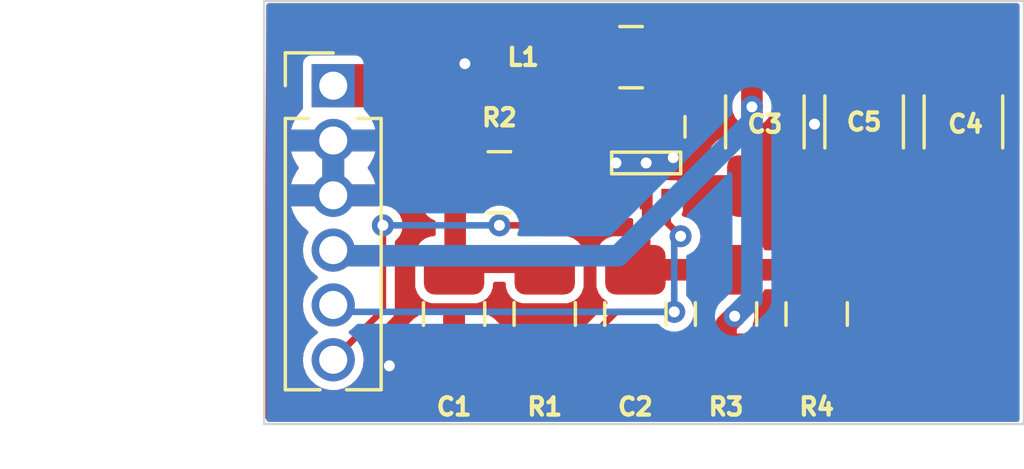
<source format=kicad_pcb>
(kicad_pcb (version 20221018) (generator pcbnew)
  (layers (0 "F.Cu" signal) (31 "B.Cu" signal) (34 "B.Paste" user) (35 "F.Paste" user) (36 "B.SilkS" user "B.Silkscreen") (37 "F.SilkS" user "F.Silkscreen") (38 "B.Mask" user) (39 "F.Mask" user) (44 "Edge.Cuts" user))
  (net 0 "")
  (net 1 "GND")
  (net 2 "/V_in")
  (net 3 "Net-(C2-Pad2)")
  (net 4 "/V_out")
  (net 5 "/PG")
  (net 6 "/EN")
  (net 7 "Net-(IC1-Pad2)")
  (footprint "Library:C_0805_2012Metric_Pad1.15x1.40mm_HandSolder" (layer "F.Cu") (at 89.85 72.95 -90)
    (fp_text reference "C1" (at 2.15 0) (layer "F.SilkS") (effects (font (size 0.4 0.4) (thickness 0.1))))
    (fp_text value "15uF")
    (fp_line (start -0.261252 -0.71) (end 0.261252 -0.71) (stroke (width 0.08)) (layer "F.SilkS"))
    (fp_line (start -0.261252 0.71) (end 0.261252 0.71) (stroke (width 0.08)) (layer "F.SilkS"))
    (pad "1" smd roundrect (at -1.025 0 270) (size 1.15 1.4) (layers "F.Cu" "F.Paste" "F.Mask") (roundrect_rratio 0.217391) (net 2 "/V_in"))
    (pad "2" smd roundrect (at 1.025 0 270) (size 1.15 1.4) (layers "F.Cu" "F.Paste" "F.Mask") (roundrect_rratio 0.217391) (net 1 "GND"))
  )
  (footprint "Library:C_0805_2012Metric_Pad1.15x1.40mm_HandSolder" (layer "F.Cu") (at 94.05 72.95 90)
    (fp_text reference "C2" (at -2.15 0) (layer "F.SilkS") (effects (font (size 0.4 0.4) (thickness 0.1))))
    (fp_text value "120pF")
    (fp_line (start -0.261252 -0.71) (end 0.261252 -0.71) (stroke (width 0.08)) (layer "F.SilkS"))
    (fp_line (start -0.261252 0.71) (end 0.261252 0.71) (stroke (width 0.08)) (layer "F.SilkS"))
    (pad "1" smd roundrect (at -1.025 0 90) (size 1.15 1.4) (layers "F.Cu" "F.Paste" "F.Mask") (roundrect_rratio 0.217391) (net 4 "/V_out"))
    (pad "2" smd roundrect (at 1.025 0 90) (size 1.15 1.4) (layers "F.Cu" "F.Paste" "F.Mask") (roundrect_rratio 0.217391) (net 3 "Net-(C2-Pad2)"))
  )
  (footprint "Library:C_1206_3216Metric_Pad1.42x1.75mm_HandSolder" (layer "F.Cu") (at 97.05 68.5 -90)
    (fp_text reference "C3" (at 0.05 0 180) (layer "F.SilkS") (effects (font (size 0.4 0.4) (thickness 0.1))))
    (fp_text value "10uF")
    (fp_line (start -0.602064 -0.91) (end 0.602064 -0.91) (stroke (width 0.08)) (layer "F.SilkS"))
    (fp_line (start -0.602064 0.91) (end 0.602064 0.91) (stroke (width 0.08)) (layer "F.SilkS"))
    (pad "1" smd roundrect (at -1.4875 0 270) (size 1.425 1.75) (layers "F.Cu" "F.Paste" "F.Mask") (roundrect_rratio 0.175439) (net 4 "/V_out"))
    (pad "2" smd roundrect (at 1.4875 0 270) (size 1.425 1.75) (layers "F.Cu" "F.Paste" "F.Mask") (roundrect_rratio 0.175439) (net 1 "GND"))
  )
  (footprint "Library:C_1206_3216Metric_Pad1.42x1.75mm_HandSolder" (layer "F.Cu") (at 101.65 68.5 -90)
    (fp_text reference "C4" (at 0.05 -0.05 180) (layer "F.SilkS") (effects (font (size 0.4 0.4) (thickness 0.1))))
    (fp_text value "10uF")
    (fp_line (start -0.602064 -0.91) (end 0.602064 -0.91) (stroke (width 0.08)) (layer "F.SilkS"))
    (fp_line (start -0.602064 0.91) (end 0.602064 0.91) (stroke (width 0.08)) (layer "F.SilkS"))
    (pad "1" smd roundrect (at -1.4875 0 270) (size 1.425 1.75) (layers "F.Cu" "F.Paste" "F.Mask") (roundrect_rratio 0.175439) (net 4 "/V_out"))
    (pad "2" smd roundrect (at 1.4875 0 270) (size 1.425 1.75) (layers "F.Cu" "F.Paste" "F.Mask") (roundrect_rratio 0.175439) (net 1 "GND"))
  )
  (footprint "Library:SOTFL50P160X60-6N" (layer "F.Cu") (at 94.3 69.45 -90)
    (fp_text reference "IC1" hide)
    (fp_text value "TPS62A02" hide)
    (fp_line (start -1.075 -0.9) (end -0.6 -0.9) (stroke (width 0.08)) (layer "F.SilkS"))
    (fp_line (start -0.25 -0.8) (end 0.25 -0.8) (stroke (width 0.08)) (layer "F.SilkS"))
    (fp_line (start -0.25 0.8) (end -0.25 -0.8) (stroke (width 0.08)) (layer "F.SilkS"))
    (fp_line (start 0.25 -0.8) (end 0.25 0.8) (stroke (width 0.08)) (layer "F.SilkS"))
    (fp_line (start 0.25 0.8) (end -0.25 0.8) (stroke (width 0.08)) (layer "F.SilkS"))
    (pad "1" smd rect (at -0.838 -0.5) (size 0.3 0.475) (layers "F.Cu" "F.Paste" "F.Mask") (net 1 "GND"))
    (pad "2" smd rect (at -0.838 0) (size 0.3 0.475) (layers "F.Cu" "F.Paste" "F.Mask") (net 7 "Net-(IC1-Pad2)"))
    (pad "3" smd rect (at -0.838 0.5) (size 0.3 0.475) (layers "F.Cu" "F.Paste" "F.Mask") (net 2 "/V_in"))
    (pad "4" smd rect (at 0.838 0.5) (size 0.3 0.475) (layers "F.Cu" "F.Paste" "F.Mask") (net 6 "/EN"))
    (pad "5" smd rect (at 0.838 0) (size 0.3 0.475) (layers "F.Cu" "F.Paste" "F.Mask") (net 3 "Net-(C2-Pad2)"))
    (pad "6" smd rect (at 0.838 -0.5) (size 0.3 0.475) (layers "F.Cu" "F.Paste" "F.Mask") (net 5 "/PG"))
  )
  (footprint "Library:PinHeader_1x06_P1.27mm_Vertical" (layer "F.Cu") (at 87.05 67.66)
    (fp_text reference "J1" hide)
    (fp_text value "Conn_01x02_Female")
    (fp_line (start -1.11 -0.76) (end 0 -0.76) (stroke (width 0.08)) (layer "F.SilkS"))
    (fp_line (start -1.11 0) (end -1.11 -0.76) (stroke (width 0.08)) (layer "F.SilkS"))
    (fp_line (start -1.11 0.76) (end -1.11 7.045) (stroke (width 0.08)) (layer "F.SilkS"))
    (fp_line (start -1.11 0.76) (end -0.563471 0.76) (stroke (width 0.08)) (layer "F.SilkS"))
    (fp_line (start -1.11 7.045) (end -0.30753 7.045) (stroke (width 0.08)) (layer "F.SilkS"))
    (fp_line (start 0.30753 7.045) (end 1.11 7.045) (stroke (width 0.08)) (layer "F.SilkS"))
    (fp_line (start 0.563471 0.76) (end 1.11 0.76) (stroke (width 0.08)) (layer "F.SilkS"))
    (fp_line (start 1.11 0.76) (end 1.11 7.045) (stroke (width 0.08)) (layer "F.SilkS"))
    (pad "1" thru_hole rect (at 0 0) (size 1 1) (drill 0.65) (layers "*.Cu" "*.Mask") (net 2 "/V_in"))
    (pad "2" thru_hole oval (at 0 1.27) (size 1 1) (drill 0.65) (layers "*.Cu" "*.Mask") (net 1 "GND"))
    (pad "3" thru_hole oval (at 0 2.54) (size 1 1) (drill 0.65) (layers "*.Cu" "*.Mask") (net 1 "GND"))
    (pad "4" thru_hole oval (at 0 3.81) (size 1 1) (drill 0.65) (layers "*.Cu" "*.Mask") (net 4 "/V_out"))
    (pad "5" thru_hole oval (at 0 5.08) (size 1 1) (drill 0.65) (layers "*.Cu" "*.Mask") (net 5 "/PG"))
    (pad "6" thru_hole oval (at 0 6.35) (size 1 1) (drill 0.65) (layers "*.Cu" "*.Mask") (net 6 "/EN"))
  )
  (footprint "Library:L_0805_2012Metric_Pad1.15x1.40mm_HandSolder" (layer "F.Cu") (at 93.95 67)
    (fp_text reference "L1" (at -2.5 0) (layer "F.SilkS") (effects (font (size 0.4 0.4) (thickness 0.1))))
    (fp_text value "1uH")
    (fp_line (start -0.261252 -0.71) (end 0.261252 -0.71) (stroke (width 0.08)) (layer "F.SilkS"))
    (fp_line (start -0.261252 0.71) (end 0.261252 0.71) (stroke (width 0.08)) (layer "F.SilkS"))
    (pad "1" smd roundrect (at -1.025 0) (size 1.15 1.4) (layers "F.Cu" "F.Paste" "F.Mask") (roundrect_rratio 0.217391) (net 7 "Net-(IC1-Pad2)"))
    (pad "2" smd roundrect (at 1.025 0) (size 1.15 1.4) (layers "F.Cu" "F.Paste" "F.Mask") (roundrect_rratio 0.217391) (net 4 "/V_out"))
  )
  (footprint "Library:R_0805_2012Metric_Pad1.15x1.40mm_HandSolder" (layer "F.Cu") (at 91.95 72.95 -90)
    (fp_text reference "R1" (at 2.15 0) (layer "F.SilkS") (effects (font (size 0.4 0.4) (thickness 0.1))))
    (fp_text value "499k")
    (fp_line (start -0.261252 -0.71) (end 0.261252 -0.71) (stroke (width 0.08)) (layer "F.SilkS"))
    (fp_line (start -0.261252 0.71) (end 0.261252 0.71) (stroke (width 0.08)) (layer "F.SilkS"))
    (pad "1" smd roundrect (at -1.025 0 270) (size 1.15 1.4) (layers "F.Cu" "F.Paste" "F.Mask") (roundrect_rratio 0.217391) (net 2 "/V_in"))
    (pad "2" smd roundrect (at 1.025 0 270) (size 1.15 1.4) (layers "F.Cu" "F.Paste" "F.Mask") (roundrect_rratio 0.217391) (net 5 "/PG"))
  )
  (footprint "Library:R_0805_2012Metric_Pad1.15x1.40mm_HandSolder" (layer "F.Cu") (at 96.15 72.95 -90)
    (fp_text reference "R3" (at 2.15 0) (layer "F.SilkS") (effects (font (size 0.4 0.4) (thickness 0.1))))
    (fp_text value "232k")
    (fp_line (start -0.261252 -0.71) (end 0.261252 -0.71) (stroke (width 0.08)) (layer "F.SilkS"))
    (fp_line (start -0.261252 0.71) (end 0.261252 0.71) (stroke (width 0.08)) (layer "F.SilkS"))
    (pad "1" smd roundrect (at -1.025 0 270) (size 1.15 1.4) (layers "F.Cu" "F.Paste" "F.Mask") (roundrect_rratio 0.217391) (net 3 "Net-(C2-Pad2)"))
    (pad "2" smd roundrect (at 1.025 0 270) (size 1.15 1.4) (layers "F.Cu" "F.Paste" "F.Mask") (roundrect_rratio 0.217391) (net 4 "/V_out"))
  )
  (footprint "Library:R_0805_2012Metric_Pad1.15x1.40mm_HandSolder" (layer "F.Cu") (at 98.25 72.95 90)
    (fp_text reference "R4" (at -2.15 0) (layer "F.SilkS") (effects (font (size 0.4 0.4) (thickness 0.1))))
    (fp_text value "100k")
    (fp_line (start -0.261252 -0.71) (end 0.261252 -0.71) (stroke (width 0.08)) (layer "F.SilkS"))
    (fp_line (start -0.261252 0.71) (end 0.261252 0.71) (stroke (width 0.08)) (layer "F.SilkS"))
    (pad "1" smd roundrect (at -1.025 0 90) (size 1.15 1.4) (layers "F.Cu" "F.Paste" "F.Mask") (roundrect_rratio 0.217391) (net 1 "GND"))
    (pad "2" smd roundrect (at 1.025 0 90) (size 1.15 1.4) (layers "F.Cu" "F.Paste" "F.Mask") (roundrect_rratio 0.217391) (net 3 "Net-(C2-Pad2)"))
  )
  (footprint "Library:R_0805_2012Metric_Pad1.15x1.40mm_HandSolder" (layer "F.Cu") (at 90.9 69.9)
    (fp_text reference "R2" (at 0 -1.5) (layer "F.SilkS") (effects (font (size 0.4 0.4) (thickness 0.1))))
    (fp_text value "0")
    (fp_line (start -0.261252 -0.71) (end 0.261252 -0.71) (stroke (width 0.08)) (layer "F.SilkS"))
    (fp_line (start -0.261252 0.71) (end 0.261252 0.71) (stroke (width 0.08)) (layer "F.SilkS"))
    (pad "1" smd roundrect (at -1.025 0) (size 1.15 1.4) (layers "F.Cu" "F.Paste" "F.Mask") (roundrect_rratio 0.217391) (net 2 "/V_in"))
    (pad "2" smd roundrect (at 1.025 0) (size 1.15 1.4) (layers "F.Cu" "F.Paste" "F.Mask") (roundrect_rratio 0.217391) (net 6 "/EN"))
  )
  (footprint "Library:C_1206_3216Metric_Pad1.42x1.75mm_HandSolder" (layer "F.Cu") (at 99.35 68.5 -90)
    (fp_text reference "C5" (at 0 0 180) (layer "F.SilkS") (effects (font (size 0.4 0.4) (thickness 0.1))))
    (fp_text value "10uF")
    (fp_line (start -0.602064 -0.91) (end 0.602064 -0.91) (stroke (width 0.08)) (layer "F.SilkS"))
    (fp_line (start -0.602064 0.91) (end 0.602064 0.91) (stroke (width 0.08)) (layer "F.SilkS"))
    (pad "1" smd roundrect (at -1.4875 0 270) (size 1.425 1.75) (layers "F.Cu" "F.Paste" "F.Mask") (roundrect_rratio 0.175439) (net 4 "/V_out"))
    (pad "2" smd roundrect (at 1.4875 0 270) (size 1.425 1.75) (layers "F.Cu" "F.Paste" "F.Mask") (roundrect_rratio 0.175439) (net 1 "GND"))
  )
  (gr_line (start 103.05 65.7) (end 103.05 75.5) (stroke (width 0.05)) (layer "Edge.Cuts"))
  (gr_line (start 103.05 75.5) (end 85.45 75.5) (stroke (width 0.05)) (layer "Edge.Cuts"))
  (gr_line (start 85.45 65.7) (end 103.05 65.7) (stroke (width 0.05)) (layer "Edge.Cuts"))
  (gr_line (start 85.45 75.5) (end 85.45 65.7) (stroke (width 0.05)) (layer "Edge.Cuts"))
  (segment (start 89.85 74.55) (end 89.85 73.975) (width 0.1524) (layer "F.Cu") (net 1))
  (segment (start 98.25 73.975) (end 98.95 73.975) (width 0.1524) (layer "F.Cu") (net 1))
  (segment (start 86.273799 74.382577) (end 86.677423 74.786201) (width 0.1524) (layer "F.Cu") (net 1))
  (segment (start 94.8 69.2) (end 94.927196 69.327196) (width 0.1524) (layer "F.Cu") (net 1))
  (segment (start 87.05 68.93) (end 87.05 70.2) (width 0.1524) (layer "F.Cu") (net 1))
  (segment (start 86.273799 70.976201) (end 86.273799 74.382577) (width 0.1524) (layer "F.Cu") (net 1))
  (segment (start 97.05 69.9875) (end 97.925 69.9875) (width 0.1524) (layer "F.Cu") (net 1))
  (via (at 94.927196 69.327196) (size 0.508) (drill 0.254) (layers "F.Cu" "B.Cu") (net 1))
  (via (at 98.2 68.55) (size 0.508) (drill 0.254) (layers "F.Cu" "B.Cu") (net 1))
  (via (at 94.3 69.45) (size 0.508) (drill 0.254) (layers "F.Cu" "B.Cu") (net 1))
  (via (at 93.6 69.45) (size 0.508) (drill 0.254) (layers "F.Cu" "B.Cu") (net 1))
  (via (at 88.35 74.15) (size 0.508) (drill 0.254) (layers "F.Cu" "B.Cu") (net 1))
  (via (at 90.1 67.15) (size 0.508) (drill 0.254) (layers "F.Cu" "B.Cu") (net 1))
  (segment (start 89.875 69.9) (end 89.875 71.9) (width 0.5) (layer "F.Cu") (net 2))
  (segment (start 89.287 68.612) (end 90.663 68.612) (width 0.5) (layer "F.Cu") (net 2))
  (segment (start 89.875 69.2) (end 89.2375 68.5625) (width 1) (layer "F.Cu") (net 2))
  (segment (start 90.463 68.612) (end 89.875 69.2) (width 0.5) (layer "F.Cu") (net 2))
  (segment (start 90.55 71.925) (end 91.95 71.925) (width 0.1524) (layer "F.Cu") (net 2))
  (segment (start 90.9125 68.5625) (end 90.95 68.6) (width 0.1524) (layer "F.Cu") (net 2))
  (segment (start 93.65 68.6) (end 90.95 68.6) (width 0.5) (layer "F.Cu") (net 2))
  (segment (start 89.875 71.9) (end 89.85 71.925) (width 0.1524) (layer "F.Cu") (net 2))
  (segment (start 89.2375 68.5625) (end 89.287 68.612) (width 0.5) (layer "F.Cu") (net 2))
  (segment (start 88.335 67.66) (end 87.05 67.66) (width 1) (layer "F.Cu") (net 2))
  (segment (start 89.2375 68.5625) (end 88.335 67.66) (width 1) (layer "F.Cu") (net 2))
  (segment (start 90.95 68.6) (end 90.463 68.612) (width 0.5) (layer "F.Cu") (net 2))
  (segment (start 89.875 69.2) (end 89.875 69.9) (width 0.1524) (layer "F.Cu") (net 2))
  (segment (start 89.85 71.925) (end 90.55 71.925) (width 0.1524) (layer "F.Cu") (net 2))
  (segment (start 94.05 71.925) (end 94.75 71.925) (width 0.1524) (layer "F.Cu") (net 3))
  (segment (start 94.3 70.288) (end 94.3 71.675) (width 0.2) (layer "F.Cu") (net 3))
  (segment (start 94.75 71.925) (end 98.25 71.925) (width 0.5) (layer "F.Cu") (net 3))
  (segment (start 94.3 71.675) (end 94.05 71.925) (width 0.1524) (layer "F.Cu") (net 3))
  (segment (start 94.975 67) (end 101.6375 67) (width 1) (layer "F.Cu") (net 4))
  (segment (start 96.15 73.2) (end 96.35 73) (width 0.5) (layer "F.Cu") (net 4))
  (segment (start 96.75 68.15) (end 96.75 67.3125) (width 0.5) (layer "F.Cu") (net 4))
  (segment (start 96.15 73.975) (end 96.15 73.2) (width 0.5) (layer "F.Cu") (net 4))
  (segment (start 101.6375 67) (end 101.65 67.0125) (width 0.1524) (layer "F.Cu") (net 4))
  (segment (start 94.05 73.975) (end 96.15 73.975) (width 0.5) (layer "F.Cu") (net 4))
  (segment (start 96.75 67.3125) (end 97.05 67.0125) (width 0.1524) (layer "F.Cu") (net 4))
  (via (at 96.35 73) (size 0.508) (drill 0.254) (layers "F.Cu" "B.Cu") (net 4))
  (via (at 96.75 68.15) (size 0.508) (drill 0.254) (layers "F.Cu" "B.Cu") (net 4))
  (segment (start 96.75 68.25) (end 96.75 68.5) (width 0.5) (layer "B.Cu") (net 4))
  (segment (start 96.75 68.15) (end 96.75 68.25) (width 0.1524) (layer "B.Cu") (net 4))
  (segment (start 96.35 73) (end 96.75 72.6) (width 0.5) (layer "B.Cu") (net 4))
  (segment (start 96.75 68.5) (end 93.65 71.6) (width 0.5) (layer "B.Cu") (net 4))
  (segment (start 93.65 71.6) (end 87.18 71.6) (width 0.5) (layer "B.Cu") (net 4))
  (segment (start 87.18 71.6) (end 87.05 71.47) (width 0.5) (layer "B.Cu") (net 4))
  (segment (start 96.75 72.6) (end 96.75 68.15) (width 0.5) (layer "B.Cu") (net 4))
  (segment (start 94.8 70.288) (end 94.8 70.85) (width 0.1524) (layer "F.Cu") (net 5))
  (segment (start 94.8 70.85) (end 95.097811 71.147811) (width 0.1524) (layer "F.Cu") (net 5))
  (segment (start 91.95 73.975) (end 92.530824 73.975) (width 0.1524) (layer "F.Cu") (net 5))
  (segment (start 92.530824 73.975) (end 93.605824 72.9) (width 0.1524) (layer "F.Cu") (net 5))
  (segment (start 93.605824 72.9) (end 94.95 72.9) (width 0.1524) (layer "F.Cu") (net 5))
  (via (at 95.097811 71.147811) (size 0.508) (drill 0.254) (layers "F.Cu" "B.Cu") (net 5))
  (via (at 94.95 72.9) (size 0.508) (drill 0.254) (layers "F.Cu" "B.Cu") (net 5))
  (segment (start 94.95 71.295622) (end 95.097811 71.147811) (width 0.1524) (layer "B.Cu") (net 5))
  (segment (start 87.21 72.9) (end 87.05 72.74) (width 0.1524) (layer "B.Cu") (net 5))
  (segment (start 94.95 72.9) (end 87.21 72.9) (width 0.1524) (layer "B.Cu") (net 5))
  (segment (start 94.95 72.9) (end 94.95 71.295622) (width 0.1524) (layer "B.Cu") (net 5))
  (segment (start 91.925 69.9) (end 91.925 70.6) (width 0.1524) (layer "F.Cu") (net 6))
  (segment (start 93.4976 69.8981) (end 93.8 70.2005) (width 0.1524) (layer "F.Cu") (net 6))
  (segment (start 91.925 70.6) (end 91.62901 70.89599) (width 0.1524) (layer "F.Cu") (net 6))
  (segment (start 87.05 74.01) (end 88.2 72.86) (width 0.1524) (layer "F.Cu") (net 6))
  (segment (start 91.925 69.9) (end 93.412 69.9) (width 0.1524) (layer "F.Cu") (net 6))
  (segment (start 91.62901 70.89599) (end 90.9 70.89599) (width 0.1524) (layer "F.Cu") (net 6))
  (segment (start 88.2 72.86) (end 88.2 70.89599) (width 0.1524) (layer "F.Cu") (net 6))
  (segment (start 93.412 69.9) (end 93.4139 69.8981) (width 0.1524) (layer "F.Cu") (net 6))
  (segment (start 93.8 70.2005) (end 93.8 70.288) (width 0.1524) (layer "F.Cu") (net 6))
  (segment (start 93.4139 69.8981) (end 93.4976 69.8981) (width 0.1524) (layer "F.Cu") (net 6))
  (via (at 90.9 70.89599) (size 0.508) (drill 0.254) (layers "F.Cu" "B.Cu") (net 6))
  (via (at 88.2 70.89599) (size 0.508) (drill 0.254) (layers "F.Cu" "B.Cu") (net 6))
  (segment (start 90.9 70.89599) (end 88.2 70.89599) (width 0.1524) (layer "B.Cu") (net 6))
  (segment (start 93.0779 67) (end 92.925 67) (width 0.1524) (layer "F.Cu") (net 7))
  (segment (start 94.3 68.612) (end 94.3 68.2221) (width 0.1524) (layer "F.Cu") (net 7))
  (segment (start 94.3 68.2221) (end 93.0779 67) (width 0.1524) (layer "F.Cu") (net 7))
  (zone (net 1) (net_name "GND") (layer "F.Cu") (connect_pads (clearance 0.0508)) (min_thickness 0.101) (fill yes (thermal_gap 0.508) (thermal_bridge_width 0.508))
    (polygon (pts (xy 102.95 75.4) (xy 85.45 75.4) (xy 85.5 65.75) (xy 102.95 65.75)))
  )
  (zone (net 1) (net_name "GND") (layer "B.Cu") (connect_pads (clearance 0.0508)) (min_thickness 0.101) (fill yes (thermal_gap 0.508) (thermal_bridge_width 0.508))
    (polygon (pts (xy 102.95 75.45) (xy 85.5 75.45) (xy 85.5 65.75) (xy 102.95 65.75)))
  )
)
</source>
